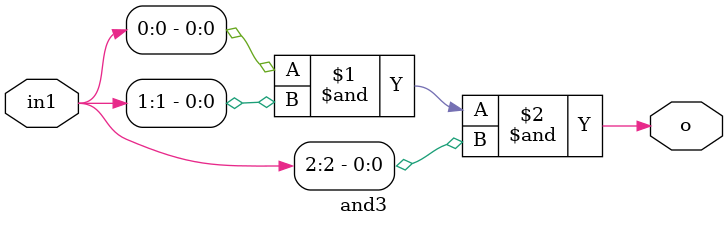
<source format=v>
module and3(in1,o);

input [2:0]in1;
output o;

assign o = in1[0] & in1[1] & in1[2];




endmodule

</source>
